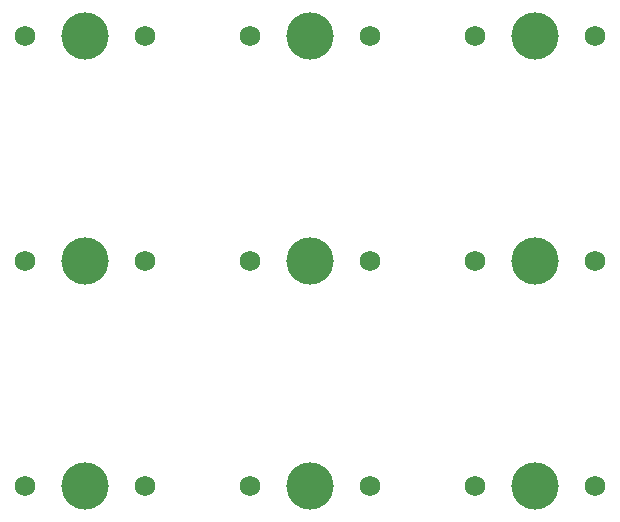
<source format=gbr>
%TF.GenerationSoftware,KiCad,Pcbnew,9.0.6*%
%TF.CreationDate,2026-02-06T20:39:07+05:30*%
%TF.ProjectId,aarush hackpad,61617275-7368-4206-9861-636b7061642e,rev?*%
%TF.SameCoordinates,Original*%
%TF.FileFunction,NonPlated,1,2,NPTH,Drill*%
%TF.FilePolarity,Positive*%
%FSLAX46Y46*%
G04 Gerber Fmt 4.6, Leading zero omitted, Abs format (unit mm)*
G04 Created by KiCad (PCBNEW 9.0.6) date 2026-02-06 20:39:07*
%MOMM*%
%LPD*%
G01*
G04 APERTURE LIST*
%TA.AperFunction,ComponentDrill*%
%ADD10C,1.750000*%
%TD*%
%TA.AperFunction,ComponentDrill*%
%ADD11C,4.000000*%
%TD*%
G04 APERTURE END LIST*
D10*
%TO.C,S1*%
X114808000Y-67056000D03*
%TO.C,S2*%
X114808000Y-86106000D03*
%TO.C,S3*%
X114808000Y-105156000D03*
%TO.C,S1*%
X124968000Y-67056000D03*
%TO.C,S2*%
X124968000Y-86106000D03*
%TO.C,S3*%
X124968000Y-105156000D03*
%TO.C,S4*%
X133858000Y-67056000D03*
%TO.C,S5*%
X133858000Y-86106000D03*
%TO.C,S6*%
X133858000Y-105156000D03*
%TO.C,S4*%
X144018000Y-67056000D03*
%TO.C,S5*%
X144018000Y-86106000D03*
%TO.C,S6*%
X144018000Y-105156000D03*
%TO.C,S7*%
X152908000Y-67056000D03*
%TO.C,S8*%
X152908000Y-86106000D03*
%TO.C,S9*%
X152908000Y-105156000D03*
%TO.C,S7*%
X163068000Y-67056000D03*
%TO.C,S8*%
X163068000Y-86106000D03*
%TO.C,S9*%
X163068000Y-105156000D03*
D11*
%TO.C,S1*%
X119888000Y-67056000D03*
%TO.C,S2*%
X119888000Y-86106000D03*
%TO.C,S3*%
X119888000Y-105156000D03*
%TO.C,S4*%
X138938000Y-67056000D03*
%TO.C,S5*%
X138938000Y-86106000D03*
%TO.C,S6*%
X138938000Y-105156000D03*
%TO.C,S7*%
X157988000Y-67056000D03*
%TO.C,S8*%
X157988000Y-86106000D03*
%TO.C,S9*%
X157988000Y-105156000D03*
M02*

</source>
